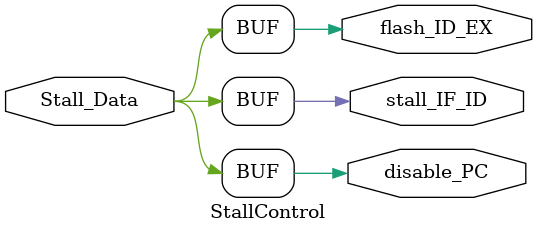
<source format=v>
`timescale 1ns / 1ps
module StallControl(
    input Stall_Data,
    output disable_PC,
    output stall_IF_ID,
    output flash_ID_EX
    );

	assign disable_PC = Stall_Data;
	assign stall_IF_ID = Stall_Data;
	assign flash_ID_EX = Stall_Data;
endmodule

</source>
